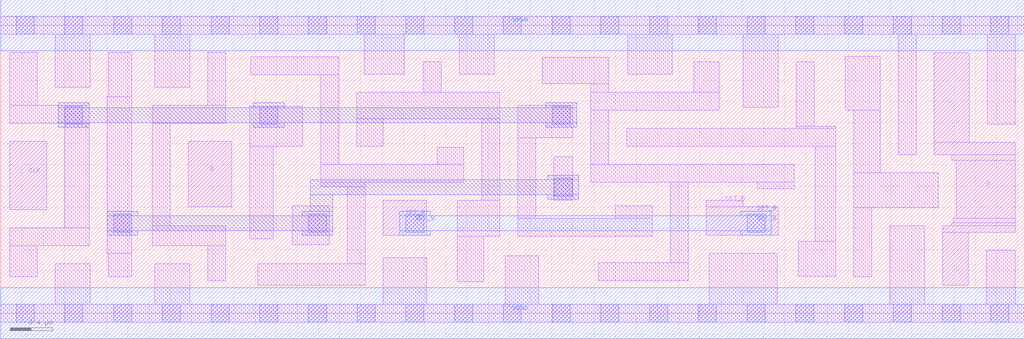
<source format=lef>
# Copyright 2020 The SkyWater PDK Authors
#
# Licensed under the Apache License, Version 2.0 (the "License");
# you may not use this file except in compliance with the License.
# You may obtain a copy of the License at
#
#     https://www.apache.org/licenses/LICENSE-2.0
#
# Unless required by applicable law or agreed to in writing, software
# distributed under the License is distributed on an "AS IS" BASIS,
# WITHOUT WARRANTIES OR CONDITIONS OF ANY KIND, either express or implied.
# See the License for the specific language governing permissions and
# limitations under the License.
#
# SPDX-License-Identifier: Apache-2.0

VERSION 5.7 ;
  NAMESCASESENSITIVE ON ;
  NOWIREEXTENSIONATPIN ON ;
  DIVIDERCHAR "/" ;
  BUSBITCHARS "[]" ;
UNITS
  DATABASE MICRONS 200 ;
END UNITS
MACRO sky130_fd_sc_hd__dfstp_2
  CLASS CORE ;
  SOURCE USER ;
  FOREIGN sky130_fd_sc_hd__dfstp_2 ;
  ORIGIN  0.000000  0.000000 ;
  SIZE  9.660000 BY  2.720000 ;
  SYMMETRY X Y R90 ;
  SITE unithd ;
  PIN D
    ANTENNAGATEAREA  0.222000 ;
    DIRECTION INPUT ;
    USE SIGNAL ;
    PORT
      LAYER li1 ;
        RECT 1.770000 1.005000 2.180000 1.625000 ;
    END
  END D
  PIN Q
    ANTENNADIFFAREA  0.445500 ;
    DIRECTION OUTPUT ;
    USE SIGNAL ;
    PORT
      LAYER li1 ;
        RECT 8.810000 1.495000 9.575000 1.615000 ;
        RECT 8.810000 1.615000 9.140000 2.460000 ;
        RECT 8.890000 0.265000 9.135000 0.765000 ;
        RECT 8.890000 0.765000 9.575000 0.825000 ;
        RECT 8.975000 0.825000 9.575000 0.855000 ;
        RECT 8.975000 1.445000 9.575000 1.495000 ;
        RECT 8.990000 0.855000 9.575000 0.895000 ;
        RECT 9.020000 0.895000 9.575000 1.445000 ;
    END
  END Q
  PIN SET_B
    ANTENNAGATEAREA  0.252000 ;
    DIRECTION INPUT ;
    USE SIGNAL ;
    PORT
      LAYER li1 ;
        RECT 3.610000 0.735000 4.020000 1.065000 ;
      LAYER mcon ;
        RECT 3.825000 0.765000 3.995000 0.935000 ;
    END
    PORT
      LAYER li1 ;
        RECT 6.660000 0.735000 7.340000 1.005000 ;
        RECT 6.660000 1.005000 7.010000 1.065000 ;
      LAYER mcon ;
        RECT 7.045000 0.765000 7.215000 0.935000 ;
    END
    PORT
      LAYER met1 ;
        RECT 3.765000 0.735000 4.055000 0.780000 ;
        RECT 3.765000 0.780000 7.275000 0.920000 ;
        RECT 3.765000 0.920000 4.055000 0.965000 ;
        RECT 6.985000 0.735000 7.275000 0.780000 ;
        RECT 6.985000 0.920000 7.275000 0.965000 ;
    END
  END SET_B
  PIN CLK
    ANTENNAGATEAREA  0.159000 ;
    DIRECTION INPUT ;
    USE CLOCK ;
    PORT
      LAYER li1 ;
        RECT 0.085000 0.975000 0.435000 1.625000 ;
    END
  END CLK
  PIN VGND
    DIRECTION INOUT ;
    SHAPE ABUTMENT ;
    USE GROUND ;
    PORT
      LAYER met1 ;
        RECT 0.000000 -0.240000 9.660000 0.240000 ;
    END
  END VGND
  PIN VPWR
    DIRECTION INOUT ;
    SHAPE ABUTMENT ;
    USE POWER ;
    PORT
      LAYER met1 ;
        RECT 0.000000 2.480000 9.660000 2.960000 ;
    END
  END VPWR
  OBS
    LAYER li1 ;
      RECT 0.000000 -0.085000 9.660000 0.085000 ;
      RECT 0.000000  2.635000 9.660000 2.805000 ;
      RECT 0.085000  0.345000 0.345000 0.635000 ;
      RECT 0.085000  0.635000 0.835000 0.805000 ;
      RECT 0.085000  1.795000 0.835000 1.965000 ;
      RECT 0.085000  1.965000 0.345000 2.465000 ;
      RECT 0.515000  0.085000 0.845000 0.465000 ;
      RECT 0.515000  2.135000 0.845000 2.635000 ;
      RECT 0.605000  0.805000 0.835000 1.795000 ;
      RECT 1.005000  0.565000 1.235000 2.045000 ;
      RECT 1.015000  0.345000 1.235000 0.565000 ;
      RECT 1.015000  2.045000 1.235000 2.465000 ;
      RECT 1.430000  0.635000 2.125000 0.825000 ;
      RECT 1.430000  0.825000 1.600000 1.795000 ;
      RECT 1.430000  1.795000 2.125000 1.965000 ;
      RECT 1.455000  0.085000 1.785000 0.465000 ;
      RECT 1.455000  2.135000 1.785000 2.635000 ;
      RECT 1.955000  0.305000 2.125000 0.635000 ;
      RECT 1.955000  1.965000 2.125000 2.465000 ;
      RECT 2.350000  0.705000 2.570000 1.575000 ;
      RECT 2.350000  1.575000 2.850000 1.955000 ;
      RECT 2.360000  2.250000 3.190000 2.420000 ;
      RECT 2.425000  0.265000 3.440000 0.465000 ;
      RECT 2.750000  0.645000 3.100000 1.015000 ;
      RECT 3.020000  1.195000 3.440000 1.235000 ;
      RECT 3.020000  1.235000 4.370000 1.405000 ;
      RECT 3.020000  1.405000 3.190000 2.250000 ;
      RECT 3.270000  0.465000 3.440000 1.195000 ;
      RECT 3.360000  1.575000 3.610000 1.835000 ;
      RECT 3.360000  1.835000 4.710000 2.085000 ;
      RECT 3.430000  2.255000 3.810000 2.635000 ;
      RECT 3.610000  0.085000 4.020000 0.525000 ;
      RECT 3.990000  2.085000 4.160000 2.375000 ;
      RECT 4.120000  1.405000 4.370000 1.565000 ;
      RECT 4.310000  0.295000 4.560000 0.725000 ;
      RECT 4.310000  0.725000 4.710000 1.065000 ;
      RECT 4.330000  2.255000 4.660000 2.635000 ;
      RECT 4.540000  1.065000 4.710000 1.835000 ;
      RECT 4.760000  0.085000 5.080000 0.545000 ;
      RECT 4.880000  0.725000 6.150000 0.895000 ;
      RECT 4.880000  0.895000 5.050000 1.655000 ;
      RECT 4.880000  1.655000 5.400000 1.965000 ;
      RECT 5.110000  2.165000 5.740000 2.415000 ;
      RECT 5.220000  1.065000 5.400000 1.475000 ;
      RECT 5.570000  1.235000 7.490000 1.405000 ;
      RECT 5.570000  1.405000 5.740000 1.915000 ;
      RECT 5.570000  1.915000 6.780000 2.085000 ;
      RECT 5.570000  2.085000 5.740000 2.165000 ;
      RECT 5.640000  0.305000 6.490000 0.475000 ;
      RECT 5.800000  0.895000 6.150000 1.015000 ;
      RECT 5.910000  1.575000 7.880000 1.745000 ;
      RECT 5.920000  2.255000 6.340000 2.635000 ;
      RECT 6.320000  0.475000 6.490000 1.235000 ;
      RECT 6.540000  2.085000 6.780000 2.375000 ;
      RECT 6.690000  0.085000 7.330000 0.565000 ;
      RECT 7.010000  1.945000 7.340000 2.635000 ;
      RECT 7.140000  1.175000 7.490000 1.235000 ;
      RECT 7.510000  1.745000 7.880000 1.765000 ;
      RECT 7.510000  1.765000 7.680000 2.375000 ;
      RECT 7.530000  0.350000 7.880000 0.680000 ;
      RECT 7.690000  0.680000 7.880000 1.575000 ;
      RECT 7.970000  1.915000 8.300000 2.425000 ;
      RECT 8.050000  0.345000 8.220000 0.995000 ;
      RECT 8.050000  0.995000 8.850000 1.325000 ;
      RECT 8.050000  1.325000 8.300000 1.915000 ;
      RECT 8.390000  0.085000 8.720000 0.825000 ;
      RECT 8.470000  1.495000 8.640000 2.635000 ;
      RECT 9.305000  0.085000 9.575000 0.595000 ;
      RECT 9.310000  1.785000 9.575000 2.635000 ;
    LAYER mcon ;
      RECT 0.145000 -0.085000 0.315000 0.085000 ;
      RECT 0.145000  2.635000 0.315000 2.805000 ;
      RECT 0.605000 -0.085000 0.775000 0.085000 ;
      RECT 0.605000  1.785000 0.775000 1.955000 ;
      RECT 0.605000  2.635000 0.775000 2.805000 ;
      RECT 1.065000 -0.085000 1.235000 0.085000 ;
      RECT 1.065000  0.765000 1.235000 0.935000 ;
      RECT 1.065000  2.635000 1.235000 2.805000 ;
      RECT 1.525000 -0.085000 1.695000 0.085000 ;
      RECT 1.525000  2.635000 1.695000 2.805000 ;
      RECT 1.985000 -0.085000 2.155000 0.085000 ;
      RECT 1.985000  2.635000 2.155000 2.805000 ;
      RECT 2.445000 -0.085000 2.615000 0.085000 ;
      RECT 2.445000  1.785000 2.615000 1.955000 ;
      RECT 2.445000  2.635000 2.615000 2.805000 ;
      RECT 2.905000 -0.085000 3.075000 0.085000 ;
      RECT 2.905000  0.765000 3.075000 0.935000 ;
      RECT 2.905000  2.635000 3.075000 2.805000 ;
      RECT 3.365000 -0.085000 3.535000 0.085000 ;
      RECT 3.365000  2.635000 3.535000 2.805000 ;
      RECT 3.825000 -0.085000 3.995000 0.085000 ;
      RECT 3.825000  2.635000 3.995000 2.805000 ;
      RECT 4.285000 -0.085000 4.455000 0.085000 ;
      RECT 4.285000  2.635000 4.455000 2.805000 ;
      RECT 4.745000 -0.085000 4.915000 0.085000 ;
      RECT 4.745000  2.635000 4.915000 2.805000 ;
      RECT 5.205000 -0.085000 5.375000 0.085000 ;
      RECT 5.205000  1.785000 5.375000 1.955000 ;
      RECT 5.205000  2.635000 5.375000 2.805000 ;
      RECT 5.225000  1.105000 5.395000 1.275000 ;
      RECT 5.665000 -0.085000 5.835000 0.085000 ;
      RECT 5.665000  2.635000 5.835000 2.805000 ;
      RECT 6.125000 -0.085000 6.295000 0.085000 ;
      RECT 6.125000  2.635000 6.295000 2.805000 ;
      RECT 6.585000 -0.085000 6.755000 0.085000 ;
      RECT 6.585000  2.635000 6.755000 2.805000 ;
      RECT 7.045000 -0.085000 7.215000 0.085000 ;
      RECT 7.045000  2.635000 7.215000 2.805000 ;
      RECT 7.505000 -0.085000 7.675000 0.085000 ;
      RECT 7.505000  2.635000 7.675000 2.805000 ;
      RECT 7.965000 -0.085000 8.135000 0.085000 ;
      RECT 7.965000  2.635000 8.135000 2.805000 ;
      RECT 8.425000 -0.085000 8.595000 0.085000 ;
      RECT 8.425000  2.635000 8.595000 2.805000 ;
      RECT 8.885000 -0.085000 9.055000 0.085000 ;
      RECT 8.885000  2.635000 9.055000 2.805000 ;
      RECT 9.345000 -0.085000 9.515000 0.085000 ;
      RECT 9.345000  2.635000 9.515000 2.805000 ;
    LAYER met1 ;
      RECT 0.545000 1.755000 0.835000 1.800000 ;
      RECT 0.545000 1.800000 5.435000 1.940000 ;
      RECT 0.545000 1.940000 0.835000 1.985000 ;
      RECT 1.005000 0.735000 1.295000 0.780000 ;
      RECT 1.005000 0.780000 3.135000 0.920000 ;
      RECT 1.005000 0.920000 1.295000 0.965000 ;
      RECT 2.385000 1.755000 2.675000 1.800000 ;
      RECT 2.385000 1.940000 2.675000 1.985000 ;
      RECT 2.845000 0.735000 3.135000 0.780000 ;
      RECT 2.845000 0.920000 3.135000 0.965000 ;
      RECT 2.920000 0.965000 3.135000 1.120000 ;
      RECT 2.920000 1.120000 5.455000 1.260000 ;
      RECT 5.145000 1.755000 5.435000 1.800000 ;
      RECT 5.145000 1.940000 5.435000 1.985000 ;
      RECT 5.165000 1.075000 5.455000 1.120000 ;
      RECT 5.165000 1.260000 5.455000 1.305000 ;
  END
END sky130_fd_sc_hd__dfstp_2

</source>
